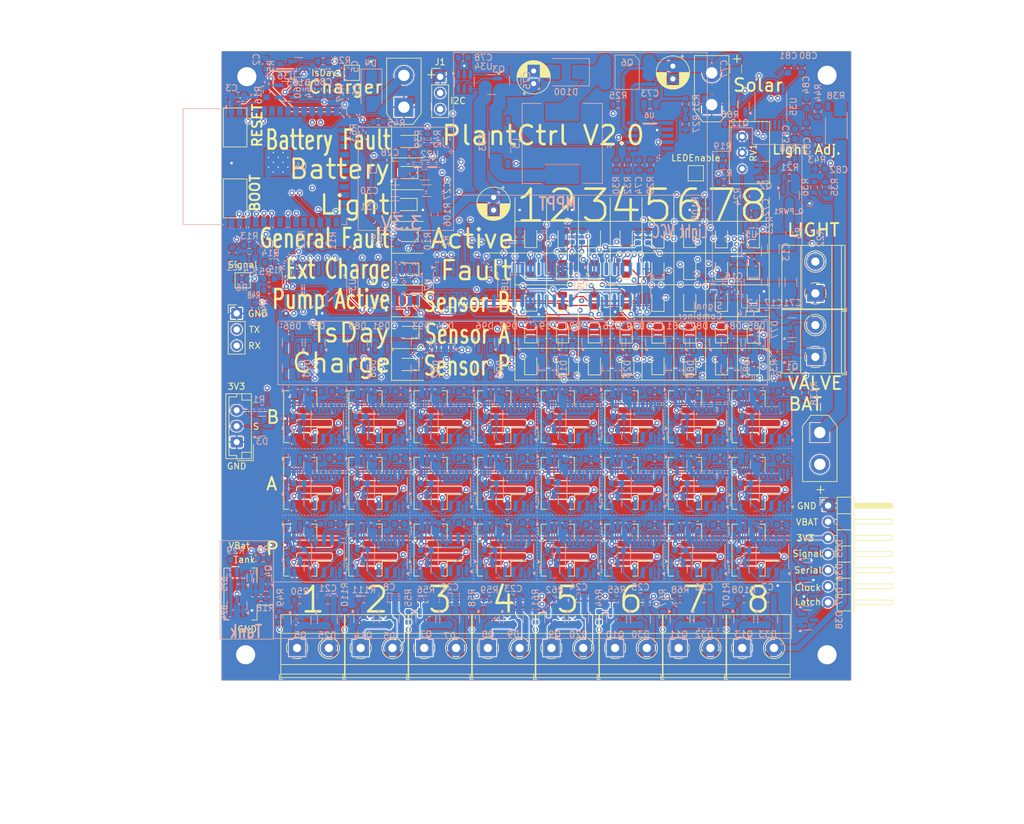
<source format=kicad_pcb>
(kicad_pcb
	(version 20240108)
	(generator "pcbnew")
	(generator_version "8.0")
	(general
		(thickness 1.6)
		(legacy_teardrops no)
	)
	(paper "A4")
	(layers
		(0 "F.Cu" signal)
		(1 "In1.Cu" signal)
		(2 "In2.Cu" signal)
		(31 "B.Cu" signal)
		(32 "B.Adhes" user "B.Adhesive")
		(33 "F.Adhes" user "F.Adhesive")
		(34 "B.Paste" user)
		(35 "F.Paste" user)
		(36 "B.SilkS" user "B.Silkscreen")
		(37 "F.SilkS" user "F.Silkscreen")
		(38 "B.Mask" user)
		(39 "F.Mask" user)
		(40 "Dwgs.User" user "User.Drawings")
		(41 "Cmts.User" user "User.Comments")
		(42 "Eco1.User" user "User.Eco1")
		(43 "Eco2.User" user "User.Eco2")
		(44 "Edge.Cuts" user)
		(45 "Margin" user)
		(46 "B.CrtYd" user "B.Courtyard")
		(47 "F.CrtYd" user "F.Courtyard")
		(48 "B.Fab" user)
		(49 "F.Fab" user)
	)
	(setup
		(stackup
			(layer "F.SilkS"
				(type "Top Silk Screen")
			)
			(layer "F.Paste"
				(type "Top Solder Paste")
			)
			(layer "F.Mask"
				(type "Top Solder Mask")
				(thickness 0.01)
			)
			(layer "F.Cu"
				(type "copper")
				(thickness 0.035)
			)
			(layer "dielectric 1"
				(type "prepreg")
				(thickness 0.1)
				(material "FR4")
				(epsilon_r 4.5)
				(loss_tangent 0.02)
			)
			(layer "In1.Cu"
				(type "copper")
				(thickness 0.035)
			)
			(layer "dielectric 2"
				(type "core")
				(thickness 1.24)
				(material "FR4")
				(epsilon_r 4.5)
				(loss_tangent 0.02)
			)
			(layer "In2.Cu"
				(type "copper")
				(thickness 0.035)
			)
			(layer "dielectric 3"
				(type "prepreg")
				(thickness 0.1)
				(material "FR4")
				(epsilon_r 4.5)
				(loss_tangent 0.02)
			)
			(layer "B.Cu"
				(type "copper")
				(thickness 0.035)
			)
			(layer "B.Mask"
				(type "Bottom Solder Mask")
				(thickness 0.01)
			)
			(layer "B.Paste"
				(type "Bottom Solder Paste")
			)
			(layer "B.SilkS"
				(type "Bottom Silk Screen")
			)
			(copper_finish "HAL lead-free")
			(dielectric_constraints no)
		)
		(pad_to_mask_clearance 0.05)
		(allow_soldermask_bridges_in_footprints no)
		(aux_axis_origin 68.58 26.67)
		(grid_origin 68.58 26.67)
		(pcbplotparams
			(layerselection 0x003ffff_ffffffff)
			(plot_on_all_layers_selection 0x0000000_00000000)
			(disableapertmacros no)
			(usegerberextensions no)
			(usegerberattributes no)
			(usegerberadvancedattributes no)
			(creategerberjobfile no)
			(dashed_line_dash_ratio 12.000000)
			(dashed_line_gap_ratio 3.000000)
			(svgprecision 4)
			(plotframeref no)
			(viasonmask no)
			(mode 1)
			(useauxorigin no)
			(hpglpennumber 1)
			(hpglpenspeed 20)
			(hpglpendiameter 15.000000)
			(pdf_front_fp_property_popups yes)
			(pdf_back_fp_property_popups yes)
			(dxfpolygonmode yes)
			(dxfimperialunits yes)
			(dxfusepcbnewfont yes)
			(psnegative no)
			(psa4output no)
			(plotreference yes)
			(plotvalue yes)
			(plotfptext yes)
			(plotinvisibletext no)
			(sketchpadsonfab no)
			(subtractmaskfromsilk no)
			(outputformat 1)
			(mirror no)
			(drillshape 0)
			(scaleselection 1)
			(outputdirectory "gerber/")
		)
	)
	(net 0 "")
	(net 1 "Net-(U4-IO0)")
	(net 2 "EN")
	(net 3 "VBAT")
	(net 4 "GND")
	(net 5 "Net-(S_A_1-Pin_1)")
	(net 6 "Net-(U10-CV)")
	(net 7 "Net-(D2-A)")
	(net 8 "Net-(D12-A)")
	(net 9 "unconnected-(D12-K-Pad2)")
	(net 10 "3_3V")
	(net 11 "Temp")
	(net 12 "unconnected-(D19-K-Pad2)")
	(net 13 "Net-(S_B_1-Pin_1)")
	(net 14 "Net-(D21-A)")
	(net 15 "Net-(U22-BST)")
	(net 16 "Net-(PUMP2-Pin_1)")
	(net 17 "PUMP_ENABLE")
	(net 18 "TANK_SENSOR")
	(net 19 "Net-(PUMP3-Pin_1)")
	(net 20 "Net-(PUMP4-Pin_1)")
	(net 21 "Net-(PUMP1-Pin_1)")
	(net 22 "Net-(PUMP5-Pin_1)")
	(net 23 "Net-(PUMP6-Pin_1)")
	(net 24 "Net-(PUMP7-Pin_1)")
	(net 25 "Net-(PUMP8-Pin_1)")
	(net 26 "SerialOut")
	(net 27 "Clock")
	(net 28 "Latch")
	(net 29 "Net-(Q1-G)")
	(net 30 "unconnected-(D21-K-Pad2)")
	(net 31 "ESP_RX")
	(net 32 "ESP_TX")
	(net 33 "Net-(Boot1-Pad2)")
	(net 34 "SDA")
	(net 35 "SCL")
	(net 36 "unconnected-(D23-K-Pad2)")
	(net 37 "Net-(D26-A)")
	(net 38 "Net-(D10-K)")
	(net 39 "Net-(Q5-G)")
	(net 40 "unconnected-(D26-K-Pad2)")
	(net 41 "Net-(Q7-G)")
	(net 42 "Net-(Q8-G)")
	(net 43 "Net-(Q9-G)")
	(net 44 "Net-(Q10-G)")
	(net 45 "Net-(Q11-G)")
	(net 46 "Net-(Q4-G)")
	(net 47 "Net-(Q13-G)")
	(net 48 "Net-(Q14-G)")
	(net 49 "Net-(D78-A)")
	(net 50 "Net-(D79-A)")
	(net 51 "Net-(C5-Pad2)")
	(net 52 "unconnected-(D79-K-Pad2)")
	(net 53 "Net-(U11-CV)")
	(net 54 "Net-(D19-A)")
	(net 55 "PUMP1")
	(net 56 "Net-(D23-A)")
	(net 57 "PUMP3")
	(net 58 "Net-(D80-A)")
	(net 59 "Net-(R14-Pad2)")
	(net 60 "PUMP4")
	(net 61 "PUMP5")
	(net 62 "PUMP6")
	(net 63 "PUMP7")
	(net 64 "PUMP8")
	(net 65 "PUMP2")
	(net 66 "unconnected-(U4-SENSOR_VP-Pad4)")
	(net 67 "unconnected-(U4-IO34-Pad6)")
	(net 68 "unconnected-(U4-IO35-Pad7)")
	(net 69 "Net-(D78-K)")
	(net 70 "unconnected-(U4-IO14-Pad13)")
	(net 71 "unconnected-(U4-IO12-Pad14)")
	(net 72 "unconnected-(D80-K-Pad2)")
	(net 73 "unconnected-(U4-SHD{slash}SD2-Pad17)")
	(net 74 "unconnected-(U4-SWP{slash}SD3-Pad18)")
	(net 75 "unconnected-(U4-SCS{slash}CMD-Pad19)")
	(net 76 "unconnected-(U4-SCK{slash}CLK-Pad20)")
	(net 77 "unconnected-(U4-SDO{slash}SD0-Pad21)")
	(net 78 "unconnected-(U4-SDI{slash}SD1-Pad22)")
	(net 79 "unconnected-(U4-IO15-Pad23)")
	(net 80 "unconnected-(U4-IO5-Pad29)")
	(net 81 "SIGNAL")
	(net 82 "SerialIn")
	(net 83 "unconnected-(U4-NC-Pad32)")
	(net 84 "SENSOR1_PUMP_END")
	(net 85 "SENSOR1_A")
	(net 86 "SENSOR1_B")
	(net 87 "SENSOR2_PUMP_END")
	(net 88 "SENSOR2_A")
	(net 89 "SENSOR2_B")
	(net 90 "SENSOR3_PUMP_END")
	(net 91 "SENSOR3_A")
	(net 92 "SENSOR3_B")
	(net 93 "SENSOR4_PUMP_END")
	(net 94 "SENSOR4_A")
	(net 95 "SENSOR4_B")
	(net 96 "SENSOR5_PUMP_END")
	(net 97 "SENSOR5_A")
	(net 98 "SENSOR5_B")
	(net 99 "SENSOR6_PUMP_END")
	(net 100 "SENSOR6_A")
	(net 101 "SENSOR6_B")
	(net 102 "SENSOR7_PUMP_END")
	(net 103 "SENSOR7_A")
	(net 104 "SENSOR7_B")
	(net 105 "SENSOR8_PUMP_END")
	(net 106 "SENSOR8_A")
	(net 107 "SENSOR8_B")
	(net 108 "Net-(D10-A)")
	(net 109 "Net-(D2-K)")
	(net 110 "Net-(S_P_2-Pin_1)")
	(net 111 "Net-(U12-CV)")
	(net 112 "Net-(S_A_2-Pin_1)")
	(net 113 "Net-(U13-CV)")
	(net 114 "Net-(U2-CV)")
	(net 115 "Net-(S_B_2-Pin_1)")
	(net 116 "Net-(U14-CV)")
	(net 117 "Net-(S_P_3-Pin_1)")
	(net 118 "Net-(U15-CV)")
	(net 119 "Net-(S_A_3-Pin_1)")
	(net 120 "Net-(U16-CV)")
	(net 121 "Net-(S_B_3-Pin_1)")
	(net 122 "Net-(U17-CV)")
	(net 123 "Net-(S_P_4-Pin_1)")
	(net 124 "Net-(U18-CV)")
	(net 125 "Net-(S_A_4-Pin_1)")
	(net 126 "Net-(U19-CV)")
	(net 127 "Net-(S_B_4-Pin_1)")
	(net 128 "Net-(U20-CV)")
	(net 129 "Net-(S_P_5-Pin_1)")
	(net 130 "Net-(U21-CV)")
	(net 131 "Net-(S_A_5-Pin_1)")
	(net 132 "Net-(U23-CV)")
	(net 133 "Net-(P_FAULT1-K)")
	(net 134 "Net-(P_FAULT2-K)")
	(net 135 "Net-(P_FAULT3-K)")
	(net 136 "Net-(P_FAULT4-K)")
	(net 137 "Net-(P_FAULT5-K)")
	(net 138 "Net-(P_FAULT6-K)")
	(net 139 "Net-(P_FAULT7-K)")
	(net 140 "Net-(P_FAULT8-K)")
	(net 141 "Net-(S_B_5-Pin_1)")
	(net 142 "Net-(U24-CV)")
	(net 143 "Net-(S_P_6-Pin_1)")
	(net 144 "Net-(U25-CV)")
	(net 145 "Net-(S_A_6-Pin_1)")
	(net 146 "Net-(U26-CV)")
	(net 147 "Net-(S_B_6-Pin_1)")
	(net 148 "Net-(U27-CV)")
	(net 149 "Net-(S_P_7-Pin_1)")
	(net 150 "Net-(U28-CV)")
	(net 151 "Net-(S_A_7-Pin_1)")
	(net 152 "Net-(U29-CV)")
	(net 153 "Net-(S_B_7-Pin_1)")
	(net 154 "Net-(U30-CV)")
	(net 155 "Net-(S_P_8-Pin_1)")
	(net 156 "Net-(U31-CV)")
	(net 157 "Net-(S_A_8-Pin_1)")
	(net 158 "Net-(U32-CV)")
	(net 159 "Net-(S_B_8-Pin_1)")
	(net 160 "Net-(U33-CV)")
	(net 161 "Net-(S_P_1-Pin_1)")
	(net 162 "Net-(S_P_1-Pin_2)")
	(net 163 "Net-(S_A_1-Pin_2)")
	(net 164 "Net-(S_B_1-Pin_2)")
	(net 165 "Net-(S_P_2-Pin_2)")
	(net 166 "Net-(S_A_2-Pin_2)")
	(net 167 "Net-(S_B_2-Pin_2)")
	(net 168 "Net-(S_P_3-Pin_2)")
	(net 169 "Net-(S_A_3-Pin_2)")
	(net 170 "Net-(S_B_3-Pin_2)")
	(net 171 "Net-(S_P_4-Pin_2)")
	(net 172 "Net-(S_A_4-Pin_2)")
	(net 173 "Net-(S_B_4-Pin_2)")
	(net 174 "Net-(S_P_5-Pin_2)")
	(net 175 "Net-(S_A_5-Pin_2)")
	(net 176 "Net-(S_B_5-Pin_2)")
	(net 177 "Net-(S_P_6-Pin_2)")
	(net 178 "Net-(S_A_6-Pin_2)")
	(net 179 "Net-(S_B_6-Pin_2)")
	(net 180 "Net-(S_P_7-Pin_2)")
	(net 181 "Net-(S_A_7-Pin_2)")
	(net 182 "Net-(S_B_7-Pin_2)")
	(net 183 "Net-(S_P_8-Pin_2)")
	(net 184 "Net-(S_A_8-Pin_2)")
	(net 185 "Net-(S_B_8-Pin_2)")
	(net 186 "Net-(D81-A)")
	(net 187 "unconnected-(D81-K-Pad2)")
	(net 188 "Net-(D82-A)")
	(net 189 "unconnected-(D82-K-Pad2)")
	(net 190 "Net-(D83-A)")
	(net 191 "unconnected-(D83-K-Pad2)")
	(net 192 "Net-(D84-A)")
	(net 193 "unconnected-(D84-K-Pad2)")
	(net 194 "Net-(D85-A)")
	(net 195 "unconnected-(D85-K-Pad2)")
	(net 196 "Net-(D86-A)")
	(net 197 "unconnected-(D86-K-Pad2)")
	(net 198 "Net-(D87-A)")
	(net 199 "unconnected-(D87-K-Pad2)")
	(net 200 "Net-(D88-A)")
	(net 201 "unconnected-(D88-K-Pad2)")
	(net 202 "Net-(D89-A)")
	(net 203 "unconnected-(D89-K-Pad2)")
	(net 204 "Net-(D90-A)")
	(net 205 "unconnected-(D90-K-Pad2)")
	(net 206 "Net-(D91-A)")
	(net 207 "unconnected-(D91-K-Pad2)")
	(net 208 "Net-(D92-A)")
	(net 209 "unconnected-(D92-K-Pad2)")
	(net 210 "unconnected-(U2-DIS-Pad7)")
	(net 211 "unconnected-(U10-DIS-Pad7)")
	(net 212 "unconnected-(U11-DIS-Pad7)")
	(net 213 "unconnected-(U12-DIS-Pad7)")
	(net 214 "unconnected-(U13-DIS-Pad7)")
	(net 215 "unconnected-(U14-DIS-Pad7)")
	(net 216 "unconnected-(U15-DIS-Pad7)")
	(net 217 "unconnected-(U16-DIS-Pad7)")
	(net 218 "unconnected-(U17-DIS-Pad7)")
	(net 219 "unconnected-(U18-DIS-Pad7)")
	(net 220 "unconnected-(U19-DIS-Pad7)")
	(net 221 "unconnected-(U20-DIS-Pad7)")
	(net 222 "unconnected-(U21-DIS-Pad7)")
	(net 223 "unconnected-(U23-DIS-Pad7)")
	(net 224 "unconnected-(U24-DIS-Pad7)")
	(net 225 "unconnected-(U25-DIS-Pad7)")
	(net 226 "unconnected-(U26-DIS-Pad7)")
	(net 227 "unconnected-(U27-DIS-Pad7)")
	(net 228 "unconnected-(U28-DIS-Pad7)")
	(net 229 "unconnected-(U29-DIS-Pad7)")
	(net 230 "unconnected-(U30-DIS-Pad7)")
	(net 231 "unconnected-(U31-DIS-Pad7)")
	(net 232 "unconnected-(U32-DIS-Pad7)")
	(net 233 "unconnected-(U33-DIS-Pad7)")
	(net 234 "IsDay")
	(net 235 "S_VIN")
	(net 236 "Net-(D93-A)")
	(net 237 "unconnected-(D93-K-Pad2)")
	(net 238 "Net-(D94-A)")
	(net 239 "unconnected-(D94-K-Pad2)")
	(net 240 "Net-(D95-A)")
	(net 241 "unconnected-(D95-K-Pad2)")
	(net 242 "Net-(D96-A)")
	(net 243 "unconnected-(D96-K-Pad2)")
	(net 244 "Net-(D97-A)")
	(net 245 "unconnected-(D97-K-Pad2)")
	(net 246 "Net-(P_FAULT1-A)")
	(net 247 "Net-(P_FAULT2-A)")
	(net 248 "Net-(P_FAULT3-A)")
	(net 249 "Net-(P_FAULT4-A)")
	(net 250 "Net-(P_FAULT5-A)")
	(net 251 "Net-(P_FAULT6-A)")
	(net 252 "Net-(P_FAULT7-A)")
	(net 253 "Net-(P_FAULT8-A)")
	(net 254 "5K_VBAT")
	(net 255 "1K_GND")
	(net 256 "Net-(U1-QH')")
	(net 257 "Net-(U3-QH')")
	(net 258 "Net-(U7-QH')")
	(net 259 "Net-(U8-QH')")
	(net 260 "/Light_In")
	(net 261 "Net-(U5-BST)")
	(net 262 "Net-(Q2-G)")
	(net 263 "Net-(Q2-D)")
	(net 264 "Net-(Q_PWR1-G)")
	(net 265 "Net-(Q_PWR1-D)")
	(net 266 "LED_ENABLE")
	(net 267 "Net-(I2C3-A)")
	(net 268 "Net-(R24-Pad2)")
	(net 269 "Net-(U5-FB)")
	(net 270 "/Light+")
	(net 271 "Net-(U6-VG)")
	(net 272 "Net-(C74-Pad1)")
	(net 273 "Net-(D98-K)")
	(net 274 "Net-(D98-A)")
	(net 275 "Net-(D100-K)")
	(net 276 "Net-(L3-Pad2)")
	(net 277 "Net-(Q6-G)")
	(net 278 "Net-(U6-MPPT)")
	(net 279 "Net-(U6-COM)")
	(net 280 "Net-(U6-BAT)")
	(net 281 "Net-(U6-FB)")
	(net 282 "Net-(U6-CSP)")
	(net 283 "/3_3IN")
	(net 284 "/Light_cool")
	(net 285 "/3_3V_cool")
	(net 286 "Net-(Q3-S)")
	(net 287 "Net-(U34-VCAP)")
	(net 288 "Net-(Q3-G)")
	(net 289 "Net-(J3-Pin_1)")
	(net 290 "ENABLE_TANK")
	(net 291 "Net-(battery1-Pin_1)")
	(net 292 "Net-(U35-BAT)")
	(net 293 "Net-(U35-SRP)")
	(net 294 "Net-(U35-SRN)")
	(net 295 "Net-(D76-K)")
	(net 296 "Net-(D76-A)")
	(net 297 "unconnected-(U4-IO32-Pad8)")
	(net 298 "Net-(D13-A)")
	(net 299 "Net-(R38-Pad2)")
	(net 300 "Net-(R38-Pad3)")
	(net 301 "BAT_LED")
	(net 302 "BAT_ALERT")
	(net 303 "unconnected-(U35-P6{slash}TS-Pad11)")
	(net 304 "unconnected-(U35-P5{slash}HDQ-Pad12)")
	(net 305 "REG25")
	(net 306 "unconnected-(U4-IO33-Pad9)")
	(net 307 "Net-(C88-Pad1)")
	(net 308 "Net-(U36-+)")
	(net 309 "Net-(U36--)")
	(net 310 "Net-(D11-A)")
	(net 311 "Net-(U4-IO25)")
	(footprint "Button_Switch_SMD:SW_SPST_CK_RS282G05A3" (layer "F.Cu") (at 172.33 52.67 90))
	(footprint "LED_SMD:LED_0805_2012Metric" (layer "F.Cu") (at 228.83 84.8825 90))
	(footprint "LED_SMD:LED_0805_2012Metric" (layer "F.Cu") (at 233.83 79.8825 90))
	(footprint "Connector_AMASS:AMASS_XT30UPB-M_1x02_P5.0mm_Vertical" (layer "F.Cu") (at 247.28 49.07 90))
	(footprint "LED_SMD:LED_0805_2012Metric" (layer "F.Cu") (at 199.53 74.9575 180))
	(footprint "Button_Switch_SMD:SW_SPST_CK_RS282G05A3" (layer "F.Cu") (at 172.33 63.82 -90))
	(footprint "LED_SMD:LED_0805_2012Metric" (layer "F.Cu") (at 218.83 74.8825 90))
	(footprint "Connector_JST:JST_PH_B2B-PH-SM4-TB_1x02-1MP_P2.00mm_Vertical" (layer "F.Cu") (at 224.83 119.17 90))
	(footprint "LED_SMD:LED_0805_2012Metric" (layer "F.Cu") (at 228.83 74.92 90))
	(footprint "Connector_JST:JST_PH_B2B-PH-SM4-TB_1x02-1MP_P2.00mm_Vertical" (layer "F.Cu") (at 244.83 98.17 90))
	(footprint "LED_SMD:LED_0805_2012Metric" (layer "F.Cu") (at 218.83 79.8825 90))
	(footprint "Connector_AMASS:AMASS_XT30UPB-F_1x02_P5.0mm_Vertical" (layer "F.Cu") (at 264.28 100.67 -90))
	(footprint "LED_SMD:LED_0805_2012Metric" (layer "F.Cu") (at 223.83 79.92 90))
	(footprint "Connector_JST:JST_PH_B2B-PH-SM4-TB_1x02-1MP_P2.00mm_Vertical" (layer "F.Cu") (at 254.83 108.67 90))
	(footprint "TerminalBlock_Phoenix:TerminalBlock_Phoenix_MKDS-1,5-2_1x02_P5.00mm_Horizontal" (layer "F.Cu") (at 232.08 134.575))
	(footprint "TerminalBlock_Phoenix:TerminalBlock_Phoenix_MKDS-1,5-2_1x02_P5.00mm_Horizontal" (layer "F.Cu") (at 242.08 134.575))
	(footprint "TerminalBlock_Phoenix:TerminalBlock_Phoenix_MKDS-1,5-2_1x02_P5.00mm_Horizontal" (layer "F.Cu") (at 263.58 88.77 90))
	(footprint "Connector_JST:JST_PH_B2B-PH-SM4-TB_1x02-1MP_P2.00mm_Vertical" (layer "F.Cu") (at 194.58 98.17 90))
	(footprint "Connector_JST:JST_EH_B3B-EH-A_1x03_P2.50mm_Vertical" (layer "F.Cu") (at 172.58 102.17 90))
	(footprint "LED_SMD:LED_0805_2012Metric" (layer "F.Cu") (at 238.83 84.92 90))
	(footprint "LED_SMD:LED_0805_2012Metric" (layer "F.Cu") (at 199.43 69.6575 180))
	(footprint "Connector_PinHeader_2.54mm:PinHeader_1x07_P2.54mm_Horizontal" (layer "F.Cu") (at 265.58 112.17))
	(footprint "LED_SMD:LED_0805_2012Metric" (layer "F.Cu") (at 243.83 69.8825 90))
	(footprint "Connector_JST:JST_PH_B2B-PH-SM4-TB_1x02-1MP_P2.00mm_Vertical" (layer "F.Cu") (at 244.83 119.17 90))
	(footprint "LED_SMD:LED_0805_2012Metric" (layer "F.Cu") (at 233.83 74.8825 90))
	(footprint "LED_SMD:LED_0805_2012Metric" (layer "F.Cu") (at 233.83 84.92 90))
	(footprint "LED_SMD:LED_0805_2012Metric" (layer "F.Cu") (at 243.83 74.92 90))
	(footprint "Connector_JST:JST_PH_B2B-PH-SM4-TB_1x02-1MP_P2.00mm_Vertical" (layer "F.Cu") (at 224.83 108.67 90))
	(footprint "LED_SMD:LED_0805_2012Metric" (layer "F.Cu") (at 218.83 84.8825 90))
	(footprint "TerminalBlock_Phoenix:TerminalBlock_Phoenix_MKDS-1,5-2_1x02_P5.00mm_Horizontal"
		(layer "F.Cu")
		(uuid "4dcef43e-4bc3-40ed-bbe5-22243d3d487f")
		(at 222.08 134.575)
		(descr "Terminal Block Phoenix MKDS-1,5-2, 2 pins, pitch 5mm, size 10x9.8mm^2, drill diamater 1.3mm, pad diameter 2.6mm, see http://www.farnell.com/datasheets/100425.pdf, script-generated using https://github.com/pointhi/kicad-footprint-generator/scripts/TerminalBlock_Phoenix")
		(tags "THT Terminal Block Phoenix MKDS-1,5-2 pitch 5mm size 10x9.8mm^2 drill 1.3mm pad 2.6mm")
		(property "Reference" "PUMP5"
			(at 2.5 7.695 0)
			(layer
... [5555448 chars truncated]
</source>
